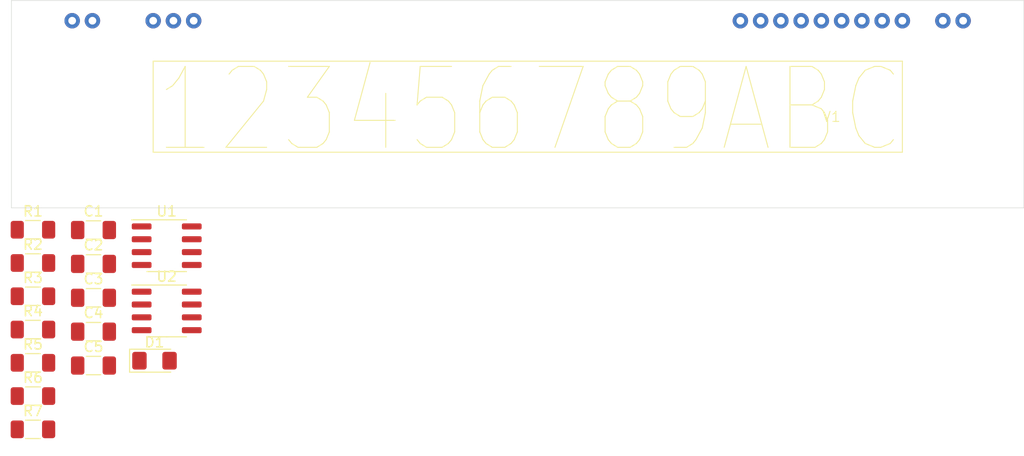
<source format=kicad_pcb>
(kicad_pcb (version 20221018) (generator pcbnew)
  (layers (0 "F.Cu" signal) (31 "B.Cu" signal) (34 "B.Paste" user) (35 "F.Paste" user) (36 "B.SilkS" user "B.Silkscreen") (37 "F.SilkS" user "F.Silkscreen") (38 "B.Mask" user) (39 "F.Mask" user) (44 "Edge.Cuts" user))
  (net 0 "")
  (net 1 "VCC")
  (net 2 "GNDD")
  (net 3 "Net-(U2--IN)")
  (net 4 "Net-(U2-V01)")
  (net 5 "VF1")
  (net 6 "Net-(U2-V02)")
  (net 7 "VF2")
  (net 8 "Net-(U2-BYPASS)")
  (net 9 "Net-(D1-K)")
  (net 10 "VEE")
  (net 11 "Net-(U2-+IN)")
  (footprint "Capacitor_SMD:C_1206_3216Metric_Pad1.33x1.80mm_HandSolder" (layer "F.Cu") (at 82.126 71.21)
    (fp_text reference "C3" (at 0 -1.85) (layer "F.SilkS"))
    (fp_text value "1u")
    (fp_line (start -0.711252 -0.91) (end 0.711252 -0.91) (stroke (width 0.12)) (layer "F.SilkS"))
    (fp_line (start -0.711252 0.91) (end 0.711252 0.91) (stroke (width 0.12)) (layer "F.SilkS"))
    (pad "1" smd roundrect (at -1.5625 0) (size 1.325 1.8) (layers "F.Cu" "F.Paste" "F.Mask") (roundrect_rratio 0.188679) (net 4 "Net-(U2-V01)"))
    (pad "2" smd roundrect (at 1.5625 0) (size 1.325 1.8) (layers "F.Cu" "F.Paste" "F.Mask") (roundrect_rratio 0.188679) (net 5 "VF1"))
  )
  (footprint "Resistor_SMD:R_1206_3216Metric_Pad1.30x1.75mm_HandSolder" (layer "F.Cu") (at 76.146 71.06)
    (fp_text reference "R3" (at 0 -1.82) (layer "F.SilkS"))
    (fp_text value "2k2")
    (fp_line (start -0.727064 -0.91) (end 0.727064 -0.91) (stroke (width 0.12)) (layer "F.SilkS"))
    (fp_line (start -0.727064 0.91) (end 0.727064 0.91) (stroke (width 0.12)) (layer "F.SilkS"))
    (pad "1" smd roundrect (at -1.55 0) (size 1.3 1.75) (layers "F.Cu" "F.Paste" "F.Mask") (roundrect_rratio 0.192308) (net 4 "Net-(U2-V01)"))
    (pad "2" smd roundrect (at 1.55 0) (size 1.3 1.75) (layers "F.Cu" "F.Paste" "F.Mask") (roundrect_rratio 0.192308) (net 3 "Net-(U2--IN)"))
  )
  (footprint "Package_SO:SOIC-8_3.9x4.9mm_P1.27mm" (layer "F.Cu") (at 89.356 66.06)
    (fp_text reference "U1" (at 0 -3.4) (layer "F.SilkS"))
    (fp_text value "MC34063AD")
    (fp_line (start 0 -2.56) (end -3.45 -2.56) (stroke (width 0.12)) (layer "F.SilkS"))
    (fp_line (start 0 -2.56) (end 1.95 -2.56) (stroke (width 0.12)) (layer "F.SilkS"))
    (fp_line (start 0 2.56) (end -1.95 2.56) (stroke (width 0.12)) (layer "F.SilkS"))
    (fp_line (start 0 2.56) (end 1.95 2.56) (stroke (width 0.12)) (layer "F.SilkS"))
    (pad "1" smd roundrect (at -2.475 -1.905) (size 1.95 0.6) (layers "F.Cu" "F.Paste" "F.Mask"))
    (pad "2" smd roundrect (at -2.475 -0.635) (size 1.95 0.6) (layers "F.Cu" "F.Paste" "F.Mask"))
    (pad "3" smd roundrect (at -2.475 0.635) (size 1.95 0.6) (layers "F.Cu" "F.Paste" "F.Mask"))
    (pad "4" smd roundrect (at -2.475 1.905) (size 1.95 0.6) (layers "F.Cu" "F.Paste" "F.Mask"))
    (pad "5" smd roundrect (at 2.475 1.905) (size 1.95 0.6) (layers "F.Cu" "F.Paste" "F.Mask"))
    (pad "6" smd roundrect (at 2.475 0.635) (size 1.95 0.6) (layers "F.Cu" "F.Paste" "F.Mask"))
    (pad "7" smd roundrect (at 2.475 -0.635) (size 1.95 0.6) (layers "F.Cu" "F.Paste" "F.Mask"))
    (pad "8" smd roundrect (at 2.475 -1.905) (size 1.95 0.6) (layers "F.Cu" "F.Paste" "F.Mask"))
  )
  (footprint "Package_SO:SOIC-8_3.9x4.9mm_P1.27mm" (layer "F.Cu") (at 89.356 72.51)
    (fp_text reference "U2" (at 0 -3.4) (layer "F.SilkS"))
    (fp_text value "LM4871MX_NOPB")
    (fp_line (start 0 -2.56) (end -3.45 -2.56) (stroke (width 0.12)) (layer "F.SilkS"))
    (fp_line (start 0 -2.56) (end 1.95 -2.56) (stroke (width 0.12)) (layer "F.SilkS"))
    (fp_line (start 0 2.56) (end -1.95 2.56) (stroke (width 0.12)) (layer "F.SilkS"))
    (fp_line (start 0 2.56) (end 1.95 2.56) (stroke (width 0.12)) (layer "F.SilkS"))
    (pad "1" smd roundrect (at -2.475 -1.905) (size 1.95 0.6) (layers "F.Cu" "F.Paste" "F.Mask") (net 2 "GNDD"))
    (pad "2" smd roundrect (at -2.475 -0.635) (size 1.95 0.6) (layers "F.Cu" "F.Paste" "F.Mask") (net 8 "Net-(U2-BYPASS)"))
    (pad "3" smd roundrect (at -2.475 0.635) (size 1.95 0.6) (layers "F.Cu" "F.Paste" "F.Mask") (net 11 "Net-(U2-+IN)"))
    (pad "4" smd roundrect (at -2.475 1.905) (size 1.95 0.6) (layers "F.Cu" "F.Paste" "F.Mask") (net 3 "Net-(U2--IN)"))
    (pad "5" smd roundrect (at 2.475 1.905) (size 1.95 0.6) (layers "F.Cu" "F.Paste" "F.Mask") (net 4 "Net-(U2-V01)"))
    (pad "6" smd roundrect (at 2.475 0.635) (size 1.95 0.6) (layers "F.Cu" "F.Paste" "F.Mask") (net 1 "VCC"))
    (pad "7" smd roundrect (at 2.475 -0.635) (size 1.95 0.6) (layers "F.Cu" "F.Paste" "F.Mask") (net 2 "GNDD"))
    (pad "8" smd roundrect (at 2.475 -1.905) (size 1.95 0.6) (layers "F.Cu" "F.Paste" "F.Mask") (net 6 "Net-(U2-V02)"))
  )
  (footprint "Resistor_SMD:R_1206_3216Metric_Pad1.30x1.75mm_HandSolder" (layer "F.Cu") (at 76.146 77.64)
    (fp_text reference "R5" (at 0 -1.82) (layer "F.SilkS"))
    (fp_text value "1k")
    (fp_line (start -0.727064 -0.91) (end 0.727064 -0.91) (stroke (width 0.12)) (layer "F.SilkS"))
    (fp_line (start -0.727064 0.91) (end 0.727064 0.91) (stroke (width 0.12)) (layer "F.SilkS"))
    (pad "1" smd roundrect (at -1.55 0) (size 1.3 1.75) (layers "F.Cu" "F.Paste" "F.Mask") (roundrect_rratio 0.192308) (net 5 "VF1"))
    (pad "2" smd roundrect (at 1.55 0) (size 1.3 1.75) (layers "F.Cu" "F.Paste" "F.Mask") (roundrect_rratio 0.192308) (net 9 "Net-(D1-K)"))
  )
  (footprint "Capacitor_SMD:C_1206_3216Metric_Pad1.33x1.80mm_HandSolder" (layer "F.Cu") (at 82.126 64.51)
    (fp_text reference "C1" (at 0 -1.85) (layer "F.SilkS"))
    (fp_text value "1u")
    (fp_line (start -0.711252 -0.91) (end 0.711252 -0.91) (stroke (width 0.12)) (layer "F.SilkS"))
    (fp_line (start -0.711252 0.91) (end 0.711252 0.91) (stroke (width 0.12)) (layer "F.SilkS"))
    (pad "1" smd roundrect (at -1.5625 0) (size 1.325 1.8) (layers "F.Cu" "F.Paste" "F.Mask") (roundrect_rratio 0.188679) (net 1 "VCC"))
    (pad "2" smd roundrect (at 1.5625 0) (size 1.325 1.8) (layers "F.Cu" "F.Paste" "F.Mask") (roundrect_rratio 0.188679) (net 2 "GNDD"))
  )
  (footprint "Capacitor_SMD:C_1206_3216Metric_Pad1.33x1.80mm_HandSolder" (layer "F.Cu") (at 82.126 77.91)
    (fp_text reference "C5" (at 0 -1.85) (layer "F.SilkS"))
    (fp_text value "1u")
    (fp_line (start -0.711252 -0.91) (end 0.711252 -0.91) (stroke (width 0.12)) (layer "F.SilkS"))
    (fp_line (start -0.711252 0.91) (end 0.711252 0.91) (stroke (width 0.12)) (layer "F.SilkS"))
    (pad "1" smd roundrect (at -1.5625 0) (size 1.325 1.8) (layers "F.Cu" "F.Paste" "F.Mask") (roundrect_rratio 0.188679) (net 8 "Net-(U2-BYPASS)"))
    (pad "2" smd roundrect (at 1.5625 0) (size 1.325 1.8) (layers "F.Cu" "F.Paste" "F.Mask") (roundrect_rratio 0.188679) (net 2 "GNDD"))
  )
  (footprint "Diode_SMD:D_1206_3216Metric_Pad1.42x1.75mm_HandSolder" (layer "F.Cu") (at 88.151 77.43)
    (fp_text reference "D1" (at 0 -1.82) (layer "F.SilkS"))
    (fp_text value "2V7")
    (fp_line (start -2.46 -1.135) (end -2.46 1.135) (stroke (width 0.12)) (layer "F.SilkS"))
    (fp_line (start -2.46 1.135) (end 1.6 1.135) (stroke (width 0.12)) (layer "F.SilkS"))
    (fp_line (start 1.6 -1.135) (end -2.46 -1.135) (stroke (width 0.12)) (layer "F.SilkS"))
    (pad "1" smd roundrect (at -1.4875 0) (size 1.425 1.75) (layers "F.Cu" "F.Paste" "F.Mask") (roundrect_rratio 0.175439) (net 9 "Net-(D1-K)"))
    (pad "2" smd roundrect (at 1.4875 0) (size 1.425 1.75) (layers "F.Cu" "F.Paste" "F.Mask") (roundrect_rratio 0.175439) (net 10 "VEE"))
  )
  (footprint "Resistor_SMD:R_1206_3216Metric_Pad1.30x1.75mm_HandSolder" (layer "F.Cu") (at 76.146 67.77)
    (fp_text reference "R2" (at 0 -1.82) (layer "F.SilkS"))
    (fp_text value "10k")
    (fp_line (start -0.727064 -0.91) (end 0.727064 -0.91) (stroke (width 0.12)) (layer "F.SilkS"))
    (fp_line (start -0.727064 0.91) (end 0.727064 0.91) (stroke (width 0.12)) (layer "F.SilkS"))
    (pad "1" smd roundrect (at -1.55 0) (size 1.3 1.75) (layers "F.Cu" "F.Paste" "F.Mask") (roundrect_rratio 0.192308) (net 11 "Net-(U2-+IN)"))
    (pad "2" smd roundrect (at 1.55 0) (size 1.3 1.75) (layers "F.Cu" "F.Paste" "F.Mask") (roundrect_rratio 0.192308) (net 2 "GNDD"))
  )
  (footprint "Capacitor_SMD:C_1206_3216Metric_Pad1.33x1.80mm_HandSolder" (layer "F.Cu") (at 82.126 67.86)
    (fp_text reference "C2" (at 0 -1.85) (layer "F.SilkS"))
    (fp_text value "10n")
    (fp_line (start -0.711252 -0.91) (end 0.711252 -0.91) (stroke (width 0.12)) (layer "F.SilkS"))
    (fp_line (start -0.711252 0.91) (end 0.711252 0.91) (stroke (width 0.12)) (layer "F.SilkS"))
    (pad "1" smd roundrect (at -1.5625 0) (size 1.325 1.8) (layers "F.Cu" "F.Paste" "F.Mask") (roundrect_rratio 0.188679) (net 3 "Net-(U2--IN)"))
    (pad "2" smd roundrect (at 1.5625 0) (size 1.325 1.8) (layers "F.Cu" "F.Paste" "F.Mask") (roundrect_rratio 0.188679) (net 2 "GNDD"))
  )
  (footprint "Resistor_SMD:R_1206_3216Metric_Pad1.30x1.75mm_HandSolder" (layer "F.Cu") (at 76.146 64.48)
    (fp_text reference "R1" (at 0 -1.82) (layer "F.SilkS"))
    (fp_text value "10k")
    (fp_line (start -0.727064 -0.91) (end 0.727064 -0.91) (stroke (width 0.12)) (layer "F.SilkS"))
    (fp_line (start -0.727064 0.91) (end 0.727064 0.91) (stroke (width 0.12)) (layer "F.SilkS"))
    (pad "1" smd roundrect (at -1.55 0) (size 1.3 1.75) (layers "F.Cu" "F.Paste" "F.Mask") (roundrect_rratio 0.192308) (net 1 "VCC"))
    (pad "2" smd roundrect (at 1.55 0) (size 1.3 1.75) (layers "F.Cu" "F.Paste" "F.Mask") (roundrect_rratio 0.192308) (net 11 "Net-(U2-+IN)"))
  )
  (footprint "MyLib:VFD HCS-12SS59T" (layer "F.Cu") (at 73.921 42.015)
    (fp_text reference "V1" (at 81.1 11.3 unlocked) (layer "F.SilkS") (effects (font (thickness 0.1))))
    (fp_text value "~")
    (fp_text user "123456789ABC" (at 14.1 15.3 unlocked) (layer "F.SilkS") (effects (font (size 8 6.5) (thickness 0.1)) (justify left bottom)))
    (fp_line (start 14.1 5.8) (end 88.1 5.8) (stroke (width 0.1)) (layer "F.SilkS"))
    (fp_line (start 14.1 14.8) (end 14.1 5.8) (stroke (width 0.1)) (layer "F.SilkS"))
    (fp_line (start 88.1 5.8) (end 88.1 14.8) (stroke (width 0.1)) (layer "F.SilkS"))
    (fp_line (start 88.1 14.8) (end 14.1 14.8) (stroke (width 0.1)) (layer "F.SilkS"))
    (fp_line (start 0.1 -0.2) (end 100.1 -0.2) (stroke (width 0.05)) (layer "Edge.Cuts"))
    (fp_line (start 0.1 20.3) (end 0.1 -0.2) (stroke (width 0.05)) (layer "Edge.Cuts"))
    (fp_line (start 100.1 -0.2) (end 100.1 20.3) (stroke (width 0.05)) (layer "Edge.Cuts"))
    (fp_line (start 100.1 20.3) (end 0.1 20.3) (stroke (width 0.05)) (layer "Edge.Cuts"))
    (pad "1" thru_hole circle (at 94.1 1.8) (size 1.524 1.524) (drill 0.762) (layers "*.Cu" "*.Mask") (net 5 "VF1"))
    (pad "2" thru_hole circle (at 92.1 1.8) (size 1.524 1.524) (drill 0.762) (layers "*.Cu" "*.Mask") (net 5 "VF1"))
    (pad "4" thru_hole circle (at 88.1 1.8) (size 1.524 1.524) (drill 0.762) (layers "*.Cu" "*.Mask"))
    (pad "5" thru_hole circle (at 86.1 1.8) (size 1.524 1.524) (drill 0.762) (layers "*.Cu" "*.Mask"))
    (pad "6" thru_hole circle (at 84.1 1.8) (size 1.524 1.524) (drill 0.762) (layers "*.Cu" "*.Mask") (net 10 "VEE"))
    (pad "7" thru_hole circle (at 82.1 1.8) (size 1.524 1.524) (drill 0.762) (layers "*.Cu" "*.Mask"))
    (pad "8" thru_hole circle (at 80.1 1.8) (size 1.524 1.524) (drill 0.762) (layers "*.Cu" "*.Mask"))
    (pad "9" thru_hole circle (at 78.1 1.8) (size 1.524 1.524) (drill 0.762) (layers "*.Cu" "*.Mask"))
    (pad "10" thru_hole circle (at 76.1 1.8) (size 1.524 1.524) (drill 0.762) (layers "*.Cu" "*.Mask"))
    (pad "11" thru_hole circle (at 74.1 1.8) (size 1.524 1.524) (drill 0.762) (layers "*.Cu" "*.Mask"))
    (pad "12" thru_hole circle (at 72.1 1.8) (size 1.524 1.524) (drill 0.762) (layers "*.Cu" "*.Mask"))
    (pad "39" thru_hole circle (at 18.1 1.8) (size 1.524 1.524) (drill 0.762) (layers "*.Cu" "*.Mask"))
    (pad "40" thru_hole circle (at 16.1 1.8) (size 1.524 1.524) (drill 0.762) (layers "*.Cu" "*.Mask"))
    (pad "41" thru_hole circle (at 14.1 1.8) (size 1.524 1.524) (drill 0.762) (layers "*.Cu" "*.Mask"))
    (pad "44" thru_hole circle (at 8.1 1.8) (size 1.524 1.524) (drill 0.762) (layers "*.Cu" "*.Mask") (net 7 "VF2"))
    (pad "45" thru_hole circle (at 6.1 1.8) (size 1.524 1.524) (drill 0.762) (layers "*.Cu" "*.Mask") (net 7 "VF2"))
  )
  (footprint "Resistor_SMD:R_1206_3216Metric_Pad1.30x1.75mm_HandSolder" (layer "F.Cu") (at 76.146 84.22)
    (fp_text reference "R7" (at 0 -1.82) (layer "F.SilkS"))
    (fp_text value "R")
    (fp_line (start -0.727064 -0.91) (end 0.727064 -0.91) (stroke (width 0.12)) (layer "F.SilkS"))
    (fp_line (start -0.727064 0.91) (end 0.727064 0.91) (stroke (width 0.12)) (layer "F.SilkS"))
    (pad "1" smd roundrect (at -1.55 0) (size 1.3 1.75) (layers "F.Cu" "F.Paste" "F.Mask") (roundrect_rratio 0.192308) (net 9 "Net-(D1-K)"))
    (pad "2" smd roundrect (at 1.55 0) (size 1.3 1.75) (layers "F.Cu" "F.Paste" "F.Mask") (roundrect_rratio 0.192308) (net 2 "GNDD"))
  )
  (footprint "Resistor_SMD:R_1206_3216Metric_Pad1.30x1.75mm_HandSolder" (layer "F.Cu") (at 76.146 74.35)
    (fp_text reference "R4" (at 0 -1.82) (layer "F.SilkS"))
    (fp_text value "10k")
    (fp_line (start -0.727064 -0.91) (end 0.727064 -0.91) (stroke (width 0.12)) (layer "F.SilkS"))
    (fp_line (start -0.727064 0.91) (end 0.727064 0.91) (stroke (width 0.12)) (layer "F.SilkS"))
    (pad "1" smd roundrect (at -1.55 0) (size 1.3 1.75) (layers "F.Cu" "F.Paste" "F.Mask") (roundrect_rratio 0.192308) (net 11 "Net-(U2-+IN)"))
    (pad "2" smd roundrect (at 1.55 0) (size 1.3 1.75) (layers "F.Cu" "F.Paste" "F.Mask") (roundrect_rratio 0.192308) (net 4 "Net-(U2-V01)"))
  )
  (footprint "Resistor_SMD:R_1206_3216Metric_Pad1.30x1.75mm_HandSolder" (layer "F.Cu") (at 76.146 80.93)
    (fp_text reference "R6" (at 0 -1.82) (layer "F.SilkS"))
    (fp_text value "1k")
    (fp_line (start -0.727064 -0.91) (end 0.727064 -0.91) (stroke (width 0.12)) (layer "F.SilkS"))
    (fp_line (start -0.727064 0.91) (end 0.727064 0.91) (stroke (width 0.12)) (layer "F.SilkS"))
    (pad "1" smd roundrect (at -1.55 0) (size 1.3 1.75) (layers "F.Cu" "F.Paste" "F.Mask") (roundrect_rratio 0.192308) (net 7 "VF2"))
    (pad "2" smd roundrect (at 1.55 0) (size 1.3 1.75) (layers "F.Cu" "F.Paste" "F.Mask") (roundrect_rratio 0.192308) (net 9 "Net-(D1-K)"))
  )
  (footprint "Capacitor_SMD:C_1206_3216Metric_Pad1.33x1.80mm_HandSolder" (layer "F.Cu") (at 82.126 74.56)
    (fp_text reference "C4" (at 0 -1.85) (layer "F.SilkS"))
    (fp_text value "1u")
    (fp_line (start -0.711252 -0.91) (end 0.711252 -0.91) (stroke (width 0.12)) (layer "F.SilkS"))
    (fp_line (start -0.711252 0.91) (end 0.711252 0.91) (stroke (width 0.12)) (layer "F.SilkS"))
    (pad "1" smd roundrect (at -1.5625 0) (size 1.325 1.8) (layers "F.Cu" "F.Paste" "F.Mask") (roundrect_rratio 0.188679) (net 6 "Net-(U2-V02)"))
    (pad "2" smd roundrect (at 1.5625 0) (size 1.325 1.8) (layers "F.Cu" "F.Paste" "F.Mask") (roundrect_rratio 0.188679) (net 7 "VF2"))
  )
)
</source>
